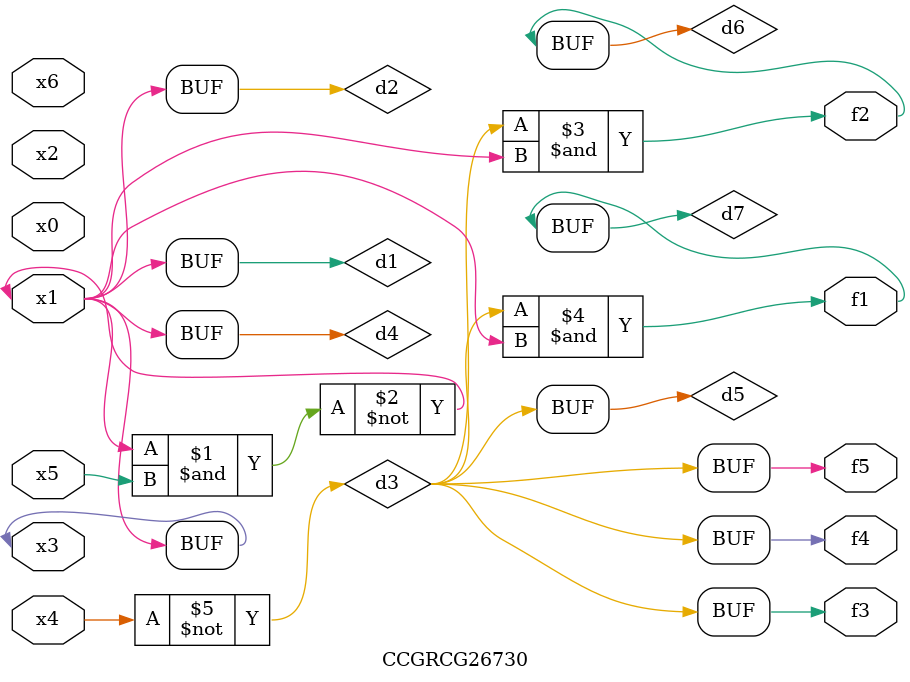
<source format=v>
module CCGRCG26730(
	input x0, x1, x2, x3, x4, x5, x6,
	output f1, f2, f3, f4, f5
);

	wire d1, d2, d3, d4, d5, d6, d7;

	buf (d1, x1, x3);
	nand (d2, x1, x5);
	not (d3, x4);
	buf (d4, d1, d2);
	buf (d5, d3);
	and (d6, d3, d4);
	and (d7, d3, d4);
	assign f1 = d7;
	assign f2 = d6;
	assign f3 = d5;
	assign f4 = d5;
	assign f5 = d5;
endmodule

</source>
